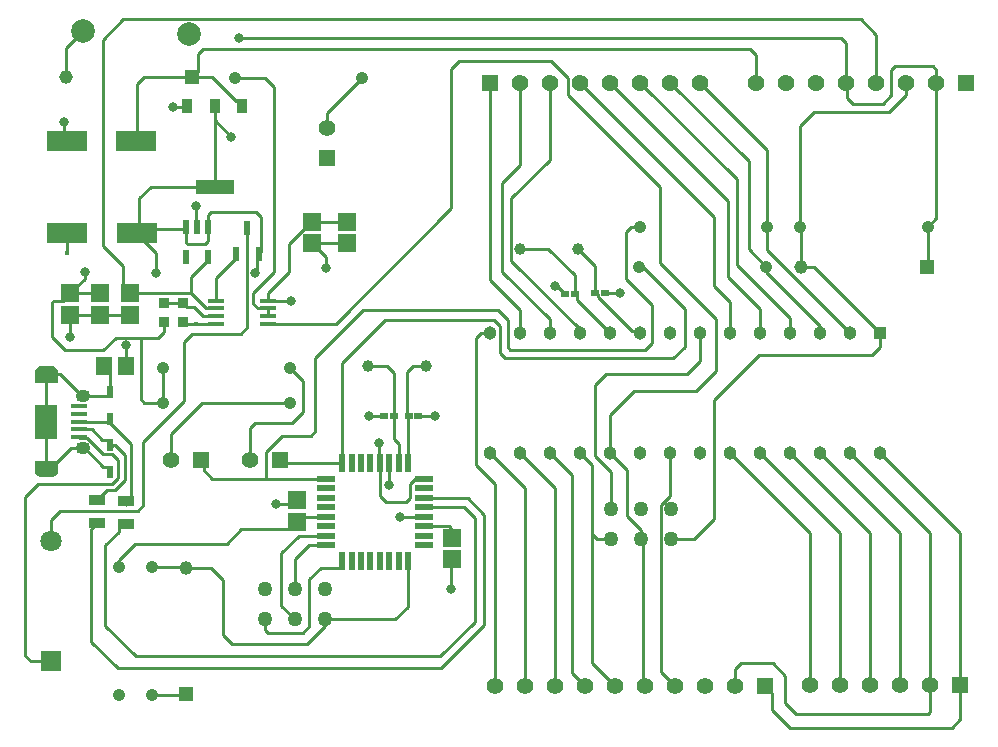
<source format=gtl>
G04*
G04 #@! TF.GenerationSoftware,Altium Limited,Altium Designer,24.10.1 (45)*
G04*
G04 Layer_Physical_Order=1*
G04 Layer_Color=255*
%FSLAX44Y44*%
%MOMM*%
G71*
G04*
G04 #@! TF.SameCoordinates,5747CF6B-E7E8-4C91-AA59-05DF990D4A04*
G04*
G04*
G04 #@! TF.FilePolarity,Positive*
G04*
G01*
G75*
%ADD12C,0.2540*%
%ADD20R,0.9121X0.8587*%
%ADD21R,0.6654X0.5725*%
%ADD22R,3.4500X1.8000*%
%ADD23R,3.2000X1.2500*%
%ADD24R,0.9500X1.2500*%
%ADD25R,0.6000X1.2000*%
%ADD26R,1.5562X1.5046*%
%ADD27R,1.4500X0.9500*%
%ADD28R,0.5000X1.0750*%
%ADD29R,1.4549X1.5562*%
%ADD30R,1.3500X0.4000*%
%ADD31R,1.9000X2.9000*%
%ADD32R,1.4000X0.4500*%
G04:AMPARAMS|DCode=33|XSize=0.55mm|YSize=1.47mm|CornerRadius=0.0688mm|HoleSize=0mm|Usage=FLASHONLY|Rotation=270.000|XOffset=0mm|YOffset=0mm|HoleType=Round|Shape=RoundedRectangle|*
%AMROUNDEDRECTD33*
21,1,0.5500,1.3325,0,0,270.0*
21,1,0.4125,1.4700,0,0,270.0*
1,1,0.1375,-0.6663,-0.2063*
1,1,0.1375,-0.6663,0.2063*
1,1,0.1375,0.6663,0.2063*
1,1,0.1375,0.6663,-0.2063*
%
%ADD33ROUNDEDRECTD33*%
G04:AMPARAMS|DCode=34|XSize=1.47mm|YSize=0.55mm|CornerRadius=0.0688mm|HoleSize=0mm|Usage=FLASHONLY|Rotation=270.000|XOffset=0mm|YOffset=0mm|HoleType=Round|Shape=RoundedRectangle|*
%AMROUNDEDRECTD34*
21,1,1.4700,0.4125,0,0,270.0*
21,1,1.3325,0.5500,0,0,270.0*
1,1,0.1375,-0.2063,-0.6663*
1,1,0.1375,-0.2063,0.6663*
1,1,0.1375,0.2063,0.6663*
1,1,0.1375,0.2063,-0.6663*
%
%ADD34ROUNDEDRECTD34*%
%ADD41C,1.2600*%
G04:AMPARAMS|DCode=50|XSize=1.05mm|YSize=1.25mm|CornerRadius=0.525mm|HoleSize=0mm|Usage=FLASHONLY|Rotation=270.000|XOffset=0mm|YOffset=0mm|HoleType=Round|Shape=RoundedRectangle|*
%AMROUNDEDRECTD50*
21,1,1.0500,0.2000,0,0,270.0*
21,1,0.0000,1.2500,0,0,270.0*
1,1,1.0500,-0.1000,0.0000*
1,1,1.0500,-0.1000,0.0000*
1,1,1.0500,0.1000,0.0000*
1,1,1.0500,0.1000,0.0000*
%
%ADD50ROUNDEDRECTD50*%
G04:AMPARAMS|DCode=51|XSize=0.825mm|YSize=1.5mm|CornerRadius=0.4125mm|HoleSize=0mm|Usage=FLASHONLY|Rotation=270.000|XOffset=0mm|YOffset=0mm|HoleType=Round|Shape=RoundedRectangle|*
%AMROUNDEDRECTD51*
21,1,0.8250,0.6750,0,0,270.0*
21,1,0.0000,1.5000,0,0,270.0*
1,1,0.8250,-0.3375,0.0000*
1,1,0.8250,-0.3375,0.0000*
1,1,0.8250,0.3375,0.0000*
1,1,0.8250,0.3375,0.0000*
%
%ADD51ROUNDEDRECTD51*%
%ADD67C,1.4160*%
%ADD68R,1.4160X1.4160*%
%ADD69R,1.1500X1.1500*%
%ADD70C,1.1500*%
%ADD71C,1.0500*%
%ADD72R,1.8000X1.8000*%
%ADD73C,1.8000*%
%ADD74R,1.1500X1.1500*%
%ADD75R,1.4160X1.4160*%
%ADD76C,1.0000*%
%ADD77R,1.1330X1.1330*%
%ADD78C,1.1330*%
%ADD79C,1.4080*%
%ADD80R,1.4080X1.4080*%
%ADD81C,1.4250*%
%ADD82R,1.4250X1.4250*%
%ADD83C,2.0000*%
%ADD84C,1.2700*%
%ADD85C,0.8000*%
%ADD86C,0.4500*%
G36*
X291000Y861500D02*
Y852500D01*
Y851505D01*
X290239Y849668D01*
X288832Y848261D01*
X286994Y847500D01*
X286000D01*
Y847500D01*
X277000Y847500D01*
X276005D01*
X274168Y848261D01*
X272761Y849668D01*
X272000Y851505D01*
Y852500D01*
D01*
Y861500D01*
X291000D01*
D02*
G37*
G36*
X272000Y927500D02*
Y936500D01*
Y937495D01*
X272761Y939332D01*
X274168Y940739D01*
X276005Y941500D01*
X277000D01*
Y941500D01*
X286000Y941500D01*
X286994D01*
X288832Y940739D01*
X290239Y939332D01*
X291000Y937495D01*
Y936500D01*
D01*
Y927500D01*
X272000D01*
D02*
G37*
D12*
X518400Y1024400D02*
Y1034258D01*
X506758Y1045900D02*
X518400Y1034258D01*
X360300Y1051700D02*
X360700Y1052100D01*
X374400Y1020800D02*
Y1037600D01*
Y1020300D02*
Y1020800D01*
X488025Y996775D02*
X488300Y996500D01*
X469075Y996775D02*
X488025D01*
X468800Y997050D02*
X469075Y996775D01*
X549600Y989000D02*
X663900D01*
X508700Y948100D02*
X549600Y989000D01*
X508700Y886300D02*
Y948100D01*
X505200Y882800D02*
X508700Y886300D01*
X360300Y1051700D02*
X374400Y1037600D01*
X475500Y825200D02*
X491092D01*
X493800Y827908D01*
X340570Y965770D02*
X375670D01*
X423900Y1150100D02*
Y1161500D01*
Y1093500D02*
Y1150100D01*
X438100Y1135900D01*
X444500Y1219700D02*
X954200D01*
X346380Y1235280D02*
X970820D01*
X984240Y1221860D01*
X329000Y1217900D02*
X346380Y1235280D01*
X954200Y1219700D02*
X958840Y1215060D01*
Y1181720D02*
Y1215060D01*
X996800Y1170800D02*
Y1192600D01*
X989700Y1163700D02*
X996800Y1170800D01*
X964588Y1163700D02*
X989700D01*
X959600Y1168688D02*
X964588Y1163700D01*
X959600Y1168688D02*
Y1180960D01*
X1035040Y1181720D02*
Y1192660D01*
X1032000Y1195700D02*
X1035040Y1192660D01*
X999900Y1195700D02*
X1032000D01*
X996800Y1192600D02*
X999900Y1195700D01*
X958840Y1181720D02*
X959600Y1180960D01*
X931600Y1156700D02*
X995200D01*
X919900Y1145000D02*
X931600Y1156700D01*
X919900Y1059700D02*
Y1145000D01*
X995200Y1156700D02*
X1009640Y1171140D01*
X785100Y795200D02*
Y802600D01*
X773300Y814400D02*
X785100Y802600D01*
X773300Y814400D02*
Y853400D01*
X563200Y876600D02*
X563500Y876300D01*
Y860100D02*
Y876300D01*
Y860100D02*
X563800Y859800D01*
Y831700D02*
Y859800D01*
Y831700D02*
X568600Y826900D01*
X586000D01*
X589100Y830000D02*
Y841900D01*
X586000Y826900D02*
X589100Y830000D01*
X593300Y846100D02*
X601500D01*
X589100Y841900D02*
X593300Y846100D01*
X506808Y1063608D02*
X536100D01*
X506500Y1063916D02*
X506808Y1063608D01*
X468800Y1003200D02*
X487298Y1021698D01*
Y1045213D01*
X497952Y1055866D01*
X498193D01*
X506242Y1063916D01*
X506500D01*
X459300Y1020100D02*
X460200Y1021000D01*
Y1035400D01*
X461100Y1036300D01*
X468800Y997050D02*
Y1003200D01*
X466400Y1185900D02*
X474200Y1178100D01*
Y1021500D02*
Y1178100D01*
X456200Y1003500D02*
X474200Y1021500D01*
X456200Y994600D02*
Y1003500D01*
X313800Y1015308D02*
Y1021000D01*
X295547Y997055D02*
X301800Y1003308D01*
X358100Y1054700D02*
X360700Y1052100D01*
X301800Y1003308D02*
X313800Y1015308D01*
X287955Y997055D02*
X295547D01*
X286600Y995700D02*
X287955Y997055D01*
X329000Y1043275D02*
Y1217900D01*
X1009640Y1171140D02*
Y1181720D01*
X1027900Y1059700D02*
X1035040Y1066840D01*
Y1181720D01*
X1027400Y1025150D02*
X1027900Y1025650D01*
Y1059700D01*
X835100Y946000D02*
Y969400D01*
X835000Y969500D02*
X835100Y969400D01*
X824000Y934900D02*
X835100Y946000D01*
X755100Y934900D02*
X824000D01*
X745800Y925600D02*
X755100Y934900D01*
X745800Y865700D02*
Y925600D01*
Y865700D02*
X759700Y851800D01*
Y820600D02*
Y851800D01*
X758800Y867900D02*
X773300Y853400D01*
X766650Y1003750D02*
X766800Y1003600D01*
X754386Y1003750D02*
X766650D01*
X754236Y1003900D02*
X754386Y1003750D01*
X712000Y1009700D02*
X713400D01*
X720400Y1002700D01*
X720864D01*
X506758Y1045900D02*
X535792D01*
X506500D02*
X506758D01*
X535792D02*
X536100Y1045592D01*
X623800Y777292D02*
X625000Y778492D01*
X623800Y752700D02*
Y777292D01*
X580500Y814300D02*
X580600Y814200D01*
X601400D01*
X601500Y814100D01*
X571900Y840600D02*
Y859700D01*
X571800Y859800D02*
X571900Y859700D01*
X609700Y899300D02*
X610300Y898700D01*
X596336Y899300D02*
X609700D01*
X554900Y899200D02*
X555000Y899300D01*
X567264D01*
X567364Y899400D01*
X375670Y965770D02*
X380700Y970800D01*
X360400Y965200D02*
X361500Y964100D01*
X329800Y955000D02*
X340570Y965770D01*
X349100Y941600D02*
X349200Y941700D01*
Y959500D01*
X361500Y913500D02*
Y964100D01*
X408100Y1060250D02*
Y1077200D01*
Y1060250D02*
X409025Y1059325D01*
X301800Y985292D02*
X352500D01*
X298850Y1037300D02*
Y1054450D01*
X301750Y966700D02*
Y985242D01*
X297500Y955000D02*
X329800D01*
X286600Y965900D02*
X297500Y955000D01*
X286600Y965900D02*
Y995700D01*
X400200Y1160800D02*
X400900Y1161500D01*
X388600Y1160800D02*
X400200D01*
X296750Y1133950D02*
X298600Y1132100D01*
X296750Y1133950D02*
Y1148750D01*
X298850Y1054450D02*
X299100Y1054700D01*
X301750Y985242D02*
X301800Y985292D01*
X408800Y1059100D02*
X409025Y1059325D01*
X399283Y977450D02*
X408050D01*
X397400Y979333D02*
X399283Y977450D01*
X408050D02*
X408100Y977500D01*
X424750D01*
X424800Y977550D01*
X596336Y899300D02*
X596411Y899225D01*
X281500Y853625D02*
X284065D01*
X302690Y872250D01*
X312750D01*
X779100Y920500D02*
X831800D01*
X758800Y900200D02*
X779100Y920500D01*
X758800Y867900D02*
Y900200D01*
X848800Y937500D02*
Y981400D01*
X831800Y920500D02*
X848800Y937500D01*
X884600Y951000D02*
X980400D01*
X846500Y912900D02*
X884600Y951000D01*
X846500Y811900D02*
Y912900D01*
X784750Y1027550D02*
X821900Y990400D01*
Y957800D02*
Y990400D01*
X812300Y948200D02*
X821900Y957800D01*
X669900Y948200D02*
X812300D01*
X801100Y1029100D02*
Y1093200D01*
Y1029100D02*
X848800Y981400D01*
X723400Y1170900D02*
X801100Y1093200D01*
X723400Y1170900D02*
Y1185500D01*
X708600Y1200300D02*
X723400Y1185500D01*
X630900Y1200300D02*
X708600D01*
X624200Y1193600D02*
X630900Y1200300D01*
X624200Y1075100D02*
Y1193600D01*
X526650Y977550D02*
X624200Y1075100D01*
X468800Y977550D02*
X526650D01*
X984240Y1181720D02*
Y1221860D01*
X329000Y1043275D02*
X345989Y1026286D01*
Y1009561D02*
Y1026286D01*
Y1009561D02*
X352242Y1003308D01*
X352500D01*
X864700Y685212D02*
X869688Y690200D01*
X864700Y670600D02*
Y685212D01*
X869688Y690200D02*
X896300D01*
X907000Y679500D01*
Y656200D02*
Y679500D01*
Y656200D02*
X915900Y647300D01*
X1028100D01*
X1029740Y648940D01*
Y671710D01*
X1055140Y642540D02*
Y671710D01*
X1048100Y635500D02*
X1055140Y642540D01*
X911000Y635500D02*
X1048100D01*
X895870Y650630D02*
X911000Y635500D01*
X895870Y650630D02*
Y664830D01*
X890100Y670600D02*
X895870Y664830D01*
X829800Y795200D02*
X846500Y811900D01*
X810500Y795200D02*
X829800D01*
X987400Y958000D02*
Y969500D01*
X980400Y951000D02*
X987400Y958000D01*
X786800Y672300D02*
X788500Y670600D01*
X786800Y672300D02*
Y793500D01*
X785100Y795200D02*
X786800Y793500D01*
X801880Y682620D02*
X813900Y670600D01*
X801880Y682620D02*
Y824171D01*
X809600Y831891D01*
Y867900D01*
X743400Y799600D02*
Y857900D01*
Y690300D02*
Y799600D01*
X747800Y795200D01*
X759700D01*
X649200Y969500D02*
X657200D01*
X645400Y965700D02*
X649200Y969500D01*
X645400Y858100D02*
Y965700D01*
Y858100D02*
X661500Y842000D01*
Y670600D02*
Y842000D01*
X657200Y867900D02*
X686900Y838200D01*
Y670600D02*
Y838200D01*
X682600Y867900D02*
X712300Y838200D01*
Y670600D02*
Y838200D01*
X708000Y867900D02*
X726200Y849700D01*
Y682100D02*
Y849700D01*
Y682100D02*
X737700Y670600D01*
X733400Y867900D02*
X743400Y857900D01*
Y690300D02*
X763100Y670600D01*
X928140Y671710D02*
X928300Y671870D01*
Y800000D01*
X953540Y671710D02*
X953700Y671870D01*
Y800000D01*
X978940Y671710D02*
X979100Y671870D01*
Y800000D01*
X1004340Y671710D02*
Y699840D01*
X1004500Y700000D01*
X1029740Y671710D02*
Y699840D01*
X1029900Y700000D01*
X1055140Y671710D02*
Y699840D01*
X1055300Y700000D01*
X860400Y867900D02*
X928300Y800000D01*
X885800Y867900D02*
X953700Y800000D01*
X911200Y867900D02*
X979100Y800000D01*
X1004500Y700000D02*
Y800000D01*
X936600Y867900D02*
X1004500Y800000D01*
X1029900Y700000D02*
Y800000D01*
X962000Y867900D02*
X1029900Y800000D01*
X1055300Y700000D02*
Y800000D01*
X987400Y867900D02*
X1055300Y800000D01*
X936600Y969500D02*
Y975600D01*
X891000Y1021200D02*
X936600Y975600D01*
X891000Y1021200D02*
Y1025800D01*
X885800Y969500D02*
Y990300D01*
X858600Y1017500D02*
X885800Y990300D01*
X858600Y1017500D02*
Y1081725D01*
X860400Y969500D02*
Y996100D01*
X847000Y1009500D02*
X860400Y996100D01*
X847000Y1009500D02*
Y1067925D01*
X784005Y1181720D02*
X865900Y1099825D01*
Y1027500D02*
Y1099825D01*
Y1027500D02*
X911200Y982200D01*
X758605Y1181720D02*
X858600Y1081725D01*
X733205Y1181720D02*
X847000Y1067925D01*
X931750Y1025150D02*
X987400Y969500D01*
X920400Y1025150D02*
X931750D01*
X920150Y1025400D02*
X920400Y1025150D01*
X920150Y1025400D02*
Y1059450D01*
X919900Y1059700D02*
X920150Y1059450D01*
X891700Y1039800D02*
X962000Y969500D01*
X891700Y1039800D02*
Y1059700D01*
X911200Y969500D02*
Y982200D01*
X809405Y1181720D02*
X876100Y1115025D01*
Y1040700D02*
Y1115025D01*
Y1040700D02*
X891000Y1025800D01*
X834805Y1181720D02*
X891700Y1124825D01*
Y1059700D02*
Y1124825D01*
X776400Y1059700D02*
X783700D01*
X772300Y1055600D02*
X776400Y1059700D01*
X772300Y1015580D02*
Y1055600D01*
Y1015580D02*
X794400Y993480D01*
Y961600D02*
Y993480D01*
X788500Y955700D02*
X794400Y961600D01*
X567800Y980400D02*
X660800D01*
X531800Y944400D02*
X567800Y980400D01*
X665600Y952700D02*
X669900Y948400D01*
X665600Y952700D02*
Y975600D01*
X660800Y980400D02*
X665600Y975600D01*
X663900Y989000D02*
X672000Y980900D01*
X467600Y846100D02*
X518100D01*
X422000D02*
X467600D01*
X412100Y862000D02*
X414800Y859300D01*
X531800Y859800D02*
Y944400D01*
X674400Y955700D02*
X788500D01*
X672000Y958100D02*
X674400Y955700D01*
X672000Y958100D02*
Y980900D01*
X675144Y1030856D02*
X734950Y971050D01*
X667500Y1096600D02*
X682405Y1111505D01*
X667500Y1021700D02*
Y1096600D01*
Y1021700D02*
X708000Y981200D01*
X657005Y1014595D02*
Y1181720D01*
Y1014595D02*
X682600Y989000D01*
Y969500D02*
Y989000D01*
X682405Y1111505D02*
Y1181720D01*
X707805Y1116505D02*
Y1181720D01*
X675144Y1083844D02*
X707805Y1116505D01*
X675144Y1030856D02*
Y1083844D01*
X682500Y1041200D02*
X706400D01*
X728936Y1018664D01*
Y1002700D02*
Y1018664D01*
X730992Y997308D02*
X758800Y969500D01*
X730992Y997308D02*
Y1001108D01*
X729400Y1002700D02*
X730992Y1001108D01*
X708000Y969500D02*
Y981200D01*
X728936Y1002700D02*
X729400D01*
X782518Y971182D02*
X784200Y969500D01*
X777554Y971182D02*
X782518D01*
X748221Y1000515D02*
X777554Y971182D01*
X748221Y1000515D02*
Y1002308D01*
X746629Y1003900D02*
X748221Y1002308D01*
X746164Y1003900D02*
X746629D01*
X746164D02*
Y1026336D01*
X731300Y1041200D02*
X746164Y1026336D01*
X481100Y882800D02*
X505200D01*
X467600Y869300D02*
X481100Y882800D01*
X467600Y846100D02*
Y869300D01*
X434100Y791400D02*
X446339Y803639D01*
X356400Y791400D02*
X434100D01*
X342900Y777900D02*
X356400Y791400D01*
X342900Y771600D02*
Y777900D01*
X414300Y1210200D02*
X877100D01*
X409610Y1205510D02*
X414300Y1210200D01*
X409610Y1191030D02*
Y1205510D01*
X882640Y1181720D02*
Y1204660D01*
X877100Y1210200D02*
X882640Y1204660D01*
X405130Y1186550D02*
X409610Y1191030D01*
X462800Y1038000D02*
Y1067800D01*
X461100Y1036300D02*
X462800Y1038000D01*
X458800Y1071800D02*
X462800Y1067800D01*
X420800Y1071800D02*
X458800D01*
X418300Y1069300D02*
X420800Y1071800D01*
X418300Y1059100D02*
Y1069300D01*
X460250Y990550D02*
X468800D01*
X456200Y994600D02*
X460250Y990550D01*
X441100Y1185900D02*
X466400D01*
X587800Y738100D02*
Y776400D01*
X576900Y727200D02*
X587800Y738100D01*
X517300Y727200D02*
X576900D01*
X601500Y829595D02*
X638205D01*
X601500Y822100D02*
X635100D01*
X638205Y829595D02*
X651795Y816005D01*
X635100Y822100D02*
X644300Y812900D01*
X651795Y722295D02*
Y816005D01*
X644300Y725400D02*
Y812900D01*
X614900Y696000D02*
X644300Y725400D01*
X615300Y685800D02*
X651795Y722295D01*
X342000Y685800D02*
X615300D01*
X319400Y708400D02*
X342000Y685800D01*
X357000Y696000D02*
X614900D01*
X331500Y721500D02*
X357000Y696000D01*
X331500Y721500D02*
Y790400D01*
X319400Y708400D02*
Y803300D01*
X324600Y808500D01*
X331500Y790400D02*
X342720Y801620D01*
Y804120D01*
X346200Y807600D01*
X348700D01*
X285600Y793900D02*
Y811500D01*
X293400Y819300D01*
X358800D01*
X363389Y823889D01*
X353300Y826000D02*
Y875525D01*
X335200Y872325D02*
X337775Y874900D01*
X324600Y828500D02*
X333200Y837100D01*
X339700D01*
X347700Y845100D01*
Y866700D01*
X274400Y841800D02*
X337000D01*
X263600Y831000D02*
X274400Y841800D01*
X263600Y696600D02*
Y831000D01*
X268300Y691900D02*
X285600D01*
X263600Y696600D02*
X268300Y691900D01*
X363389Y823889D02*
Y877689D01*
X446339Y803639D02*
X487547D01*
X405000Y969200D02*
X445900D01*
X397700Y961900D02*
X405000Y969200D01*
X397700Y912000D02*
Y961900D01*
X363389Y877689D02*
X397700Y912000D01*
X451600Y974900D02*
Y1058300D01*
X445900Y969200D02*
X451600Y974900D01*
X370775Y663600D02*
X398800D01*
X399300Y664100D01*
X480400Y783232D02*
X495268Y798100D01*
X480400Y738700D02*
Y783232D01*
Y738700D02*
X491900Y727200D01*
X469000Y716000D02*
X498732D01*
X466500Y718500D02*
X469000Y716000D01*
X466500Y718500D02*
Y727200D01*
X498732Y716000D02*
X504100Y721368D01*
Y761300D01*
X502300Y706300D02*
X517300Y721300D01*
X438700Y706300D02*
X502300D01*
X431100Y713900D02*
X438700Y706300D01*
X504100Y761300D02*
X513807Y771008D01*
X491900Y778000D02*
X504000Y790100D01*
X491900Y752600D02*
Y778000D01*
X504000Y790100D02*
X518100D01*
X513807Y771008D02*
X530320D01*
X531800Y772487D01*
Y776400D01*
X495268Y798100D02*
X518100D01*
X517300Y721300D02*
Y727200D01*
X553800Y941600D02*
X569800D01*
X575436Y935964D01*
X592100Y941600D02*
X602600D01*
X586828Y936328D02*
X592100Y941600D01*
X586828Y900737D02*
Y936328D01*
X575436Y880261D02*
Y899400D01*
Y935964D01*
X579800Y859800D02*
Y875897D01*
X575436Y880261D02*
X579800Y875897D01*
X587800Y859800D02*
X588032Y860032D01*
Y899068D01*
X588264Y899300D01*
X586828Y900737D02*
X588264Y899300D01*
X399300Y771100D02*
X420500D01*
X431100Y713900D02*
Y760500D01*
X420500Y771100D02*
X431100Y760500D01*
X487547Y803639D02*
X493800Y809892D01*
X498008Y814100D01*
X518100D01*
X622212Y806100D02*
X623700Y804612D01*
X601500Y806100D02*
X622212D01*
X623700Y797808D02*
Y804612D01*
Y797808D02*
X625000Y796508D01*
X399050Y771350D02*
X399300Y771100D01*
X371025Y771350D02*
X399050D01*
X370775Y771600D02*
X371025Y771350D01*
X413400Y910500D02*
X487800D01*
X386700Y883800D02*
X413400Y910500D01*
X386700Y862000D02*
Y883800D01*
X348700Y824300D02*
Y827600D01*
X335200Y893625D02*
Y895730D01*
Y896500D01*
Y893625D02*
X353300Y875525D01*
X339500Y874900D02*
X347700Y866700D01*
X337775Y874900D02*
X339500D01*
X335200Y872325D02*
Y875200D01*
X342348Y847148D02*
Y862252D01*
X337000Y841800D02*
X342348Y847148D01*
X337045Y867555D02*
X342348Y862252D01*
X329080Y867555D02*
X337045D01*
X315865Y880770D02*
X329080Y867555D01*
X310230Y880770D02*
X315865D01*
X309500Y881500D02*
X310230Y880770D01*
X281500Y935375D02*
X292810D01*
X311435Y916750D01*
X312750D01*
X309500Y894500D02*
X333970D01*
X335200Y895730D01*
X320060Y888000D02*
X328755Y879305D01*
X333970D01*
X335200Y878075D01*
Y875200D02*
Y878075D01*
X309500Y888000D02*
X320060D01*
X335200Y852200D02*
Y855075D01*
X333970Y856305D02*
X335200Y855075D01*
X329695Y856305D02*
X333970D01*
X313750Y872250D02*
X329695Y856305D01*
X312750Y872250D02*
X313750D01*
X281500Y934500D02*
Y935375D01*
Y894500D02*
Y934500D01*
Y854500D02*
Y894500D01*
X312750Y916750D02*
X333970D01*
X335200Y917980D01*
Y919500D01*
Y936987D01*
X330587Y941600D02*
X335200Y936987D01*
X519300Y1143000D02*
Y1156100D01*
X549100Y1185900D01*
X414800Y853300D02*
X422000Y846100D01*
X414800Y853300D02*
Y859300D01*
X481800Y859800D02*
X531800D01*
X479600Y862000D02*
X481800Y859800D01*
X454200Y862000D02*
Y889500D01*
X458200Y893500D01*
X489500D01*
X498900Y902900D01*
Y929000D01*
X487800Y940100D02*
X498900Y929000D01*
X379800Y910500D02*
Y940100D01*
X364500Y910500D02*
X379800D01*
X468800Y984050D02*
Y990550D01*
X361500Y913500D02*
X364500Y910500D01*
X380700Y970800D02*
Y979333D01*
X424800Y1016000D02*
X442100Y1033300D01*
Y1036300D01*
X424800Y997050D02*
Y1016000D01*
X403892Y1003308D02*
Y1016692D01*
X418300Y1031100D01*
Y1034100D01*
X424793Y984057D02*
X424800Y984050D01*
X413990Y984057D02*
X424793D01*
X406204Y991843D02*
X413990Y984057D01*
X400424Y991843D02*
X406204D01*
X397400Y994867D02*
X400424Y991843D01*
X380700Y994867D02*
X397400D01*
X416210Y990990D02*
X424360D01*
X424800Y990550D01*
X403892Y1003308D02*
X416210Y990990D01*
X352500Y1003308D02*
X403892D01*
X352500Y985292D02*
X352500Y985292D01*
X302058Y1003308D02*
X327150D01*
X327150Y1003308D01*
X360300Y1056900D02*
X360770Y1057370D01*
X360300Y1056900D02*
Y1083900D01*
X358100Y1054700D02*
X360300Y1056900D01*
Y1083900D02*
X369900Y1093500D01*
X423900D01*
X397570Y1057370D02*
X399300Y1059100D01*
X360770Y1057370D02*
X397570D01*
X399300Y1046800D02*
Y1059100D01*
Y1046800D02*
X400800Y1045300D01*
X416000D01*
X418300Y1047600D01*
Y1059100D01*
X405130Y1186550D02*
X421850D01*
X441920Y1166480D01*
X443420D01*
X446900Y1163000D01*
Y1161500D02*
Y1163000D01*
X357900Y1132400D02*
Y1180400D01*
X357600Y1132100D02*
X357900Y1132400D01*
Y1180400D02*
X364050Y1186550D01*
X405130D01*
X298130D02*
Y1211260D01*
X312420Y1225550D01*
D20*
X397400Y979333D02*
D03*
Y994867D02*
D03*
X380700D02*
D03*
Y979333D02*
D03*
D21*
X588264Y899300D02*
D03*
X596336D02*
D03*
X567364Y899400D02*
D03*
X575436D02*
D03*
X746164Y1003900D02*
D03*
X754236D02*
D03*
X720864Y1002700D02*
D03*
X728936D02*
D03*
D22*
X357600Y1132100D02*
D03*
X298600D02*
D03*
X299100Y1054700D02*
D03*
X358100D02*
D03*
D23*
X423900Y1093500D02*
D03*
D24*
X400900Y1161500D02*
D03*
X423900D02*
D03*
X446900D02*
D03*
D25*
X442100Y1036300D02*
D03*
X461100D02*
D03*
X451600Y1058300D02*
D03*
X418300Y1059100D02*
D03*
X408800D02*
D03*
X399300D02*
D03*
Y1034100D02*
D03*
X418300D02*
D03*
D26*
X352500Y1003308D02*
D03*
Y985292D02*
D03*
X327150Y1003308D02*
D03*
Y985292D02*
D03*
X301800Y985292D02*
D03*
Y1003308D02*
D03*
X493800Y827908D02*
D03*
Y809892D02*
D03*
X536100Y1045592D02*
D03*
Y1063608D02*
D03*
X506500Y1045900D02*
D03*
Y1063916D02*
D03*
X625000Y796508D02*
D03*
Y778492D02*
D03*
D27*
X324600Y808500D02*
D03*
Y828500D02*
D03*
X348700Y807600D02*
D03*
Y827600D02*
D03*
D28*
X335200Y875200D02*
D03*
Y852200D02*
D03*
Y896500D02*
D03*
Y919500D02*
D03*
D29*
X330587Y941600D02*
D03*
X349100D02*
D03*
D30*
X309500Y881500D02*
D03*
Y888000D02*
D03*
Y894500D02*
D03*
Y901000D02*
D03*
Y907500D02*
D03*
D31*
X281500Y894500D02*
D03*
D32*
X424800Y997050D02*
D03*
Y990550D02*
D03*
Y984050D02*
D03*
Y977550D02*
D03*
X468800D02*
D03*
Y984050D02*
D03*
Y990550D02*
D03*
Y997050D02*
D03*
D33*
X518100Y846100D02*
D03*
Y838100D02*
D03*
Y830100D02*
D03*
Y822100D02*
D03*
Y814100D02*
D03*
Y806100D02*
D03*
Y798100D02*
D03*
Y790100D02*
D03*
X601500D02*
D03*
Y798100D02*
D03*
Y806100D02*
D03*
Y814100D02*
D03*
Y822100D02*
D03*
Y830100D02*
D03*
Y838100D02*
D03*
Y846100D02*
D03*
D34*
X587800Y859800D02*
D03*
X579800D02*
D03*
X571800D02*
D03*
X563800D02*
D03*
X555800D02*
D03*
X547800D02*
D03*
X539800D02*
D03*
X531800D02*
D03*
Y776400D02*
D03*
X539800D02*
D03*
X547800D02*
D03*
X555800D02*
D03*
X563800D02*
D03*
X571800D02*
D03*
X579800D02*
D03*
X587800D02*
D03*
D41*
X281500Y934500D02*
D03*
Y854500D02*
D03*
D50*
X312750Y916750D02*
D03*
Y872250D02*
D03*
D51*
X281500Y935375D02*
D03*
Y853625D02*
D03*
D67*
X519300Y1143000D02*
D03*
X386700Y862000D02*
D03*
X454200D02*
D03*
D68*
X519300Y1117600D02*
D03*
D69*
X405130Y1186550D02*
D03*
X1027400Y1025150D02*
D03*
D70*
X298130Y1186550D02*
D03*
X399300Y771100D02*
D03*
X920400Y1025150D02*
D03*
D71*
X487800Y940100D02*
D03*
X379800D02*
D03*
X487800Y910500D02*
D03*
X379800D02*
D03*
X342900Y663600D02*
D03*
Y771600D02*
D03*
X370775D02*
D03*
Y663600D02*
D03*
X783000Y1025800D02*
D03*
X891000D02*
D03*
X783700Y1059700D02*
D03*
X891700D02*
D03*
X919900D02*
D03*
X1027900D02*
D03*
X441100Y1185900D02*
D03*
X549100D02*
D03*
D72*
X285600Y691900D02*
D03*
D73*
Y793900D02*
D03*
D74*
X399300Y664100D02*
D03*
D75*
X412100Y862000D02*
D03*
X479600D02*
D03*
D76*
X602600Y941600D02*
D03*
X553800D02*
D03*
X731300Y1041200D02*
D03*
X682500D02*
D03*
D77*
X987400Y969500D02*
D03*
D78*
X962000D02*
D03*
X936600D02*
D03*
X911200D02*
D03*
X885800D02*
D03*
X860400D02*
D03*
X835000D02*
D03*
X809600D02*
D03*
X784200D02*
D03*
X758800D02*
D03*
X733400D02*
D03*
X708000D02*
D03*
X682600D02*
D03*
X657200D02*
D03*
Y867900D02*
D03*
X682600D02*
D03*
X708000D02*
D03*
X733400D02*
D03*
X758800D02*
D03*
X784200D02*
D03*
X809600D02*
D03*
X835000D02*
D03*
X860400D02*
D03*
X885800D02*
D03*
X911200D02*
D03*
X936600D02*
D03*
X962000D02*
D03*
X987400D02*
D03*
D79*
X661500Y670600D02*
D03*
X686900D02*
D03*
X712300D02*
D03*
X737700D02*
D03*
X763100D02*
D03*
X788500D02*
D03*
X813900D02*
D03*
X839300D02*
D03*
X864700D02*
D03*
X928140Y671710D02*
D03*
X953540D02*
D03*
X978940D02*
D03*
X1004340D02*
D03*
X1029740D02*
D03*
D80*
X890100Y670600D02*
D03*
X1055140Y671710D02*
D03*
D81*
X882640Y1181720D02*
D03*
X908040D02*
D03*
X933440D02*
D03*
X958840D02*
D03*
X984240D02*
D03*
X1009640D02*
D03*
X1035040D02*
D03*
X834805D02*
D03*
X809405D02*
D03*
X784005D02*
D03*
X758605D02*
D03*
X733205D02*
D03*
X707805D02*
D03*
X682405D02*
D03*
D82*
X1060440D02*
D03*
X657005D02*
D03*
D83*
X312420Y1225550D02*
D03*
X402590Y1223010D02*
D03*
D84*
X759700Y795200D02*
D03*
Y820600D02*
D03*
X785100Y795200D02*
D03*
Y820600D02*
D03*
X810500Y795200D02*
D03*
Y820600D02*
D03*
X466500Y727200D02*
D03*
Y752600D02*
D03*
X491900Y727200D02*
D03*
Y752600D02*
D03*
X517300Y727200D02*
D03*
Y752600D02*
D03*
D85*
X488300Y996500D02*
D03*
X518400Y1024400D02*
D03*
X458300Y1020200D02*
D03*
X374400Y1020800D02*
D03*
X475500Y825200D02*
D03*
X438100Y1135900D02*
D03*
X444500Y1219700D02*
D03*
X563200Y876600D02*
D03*
X313800Y1021000D02*
D03*
X766800Y1003600D02*
D03*
X712000Y1009700D02*
D03*
X623800Y752700D02*
D03*
X580500Y814300D02*
D03*
X571900Y840600D02*
D03*
X610300Y899600D02*
D03*
X554900Y899200D02*
D03*
X349200Y959500D02*
D03*
X301500Y966700D02*
D03*
X408100Y1077200D02*
D03*
X388600Y1160800D02*
D03*
X296750Y1148750D02*
D03*
D86*
X299000Y1037300D02*
D03*
X408050Y977450D02*
D03*
M02*

</source>
